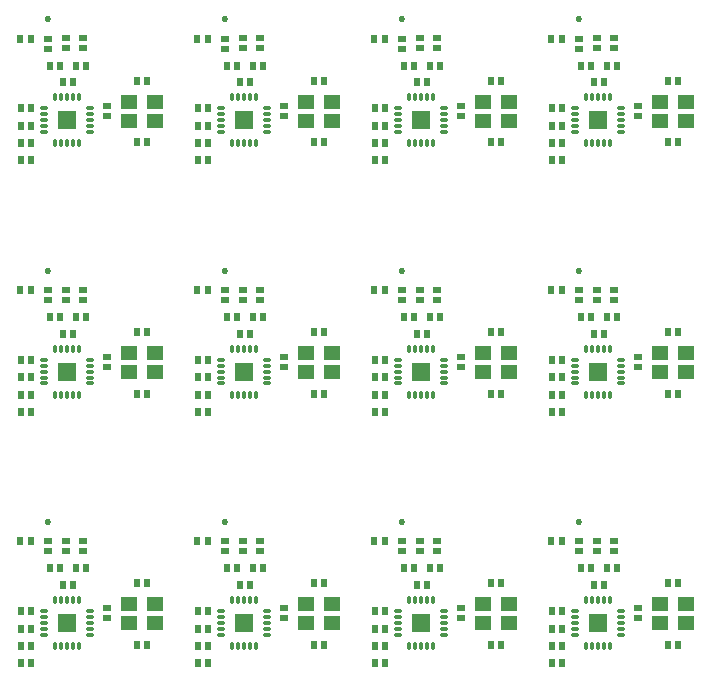
<source format=gtp>
G04*
G04 #@! TF.GenerationSoftware,Altium Limited,Altium Designer,18.1.7 (191)*
G04*
G04 Layer_Color=8421504*
%FSLAX25Y25*%
%MOIN*%
G70*
G01*
G75*
%ADD14C,0.02087*%
%ADD15R,0.02362X0.02559*%
%ADD16R,0.06000X0.06000*%
%ADD17O,0.03150X0.01102*%
%ADD18O,0.01102X0.03150*%
%ADD19R,0.02559X0.02362*%
%ADD20R,0.05512X0.04528*%
D14*
X180313Y238000D02*
D03*
X239313D02*
D03*
X298313D02*
D03*
X357313D02*
D03*
X180313Y321782D02*
D03*
X239313D02*
D03*
X298313D02*
D03*
X357313D02*
D03*
X180313Y405563D02*
D03*
X239313D02*
D03*
X298313D02*
D03*
X357313D02*
D03*
D15*
X180827Y222500D02*
D03*
X184173D02*
D03*
X171327Y208260D02*
D03*
X174673D02*
D03*
X171327Y202354D02*
D03*
X174673D02*
D03*
X185327Y217000D02*
D03*
X188673D02*
D03*
X174500Y231500D02*
D03*
X171153D02*
D03*
X174673Y196646D02*
D03*
X171327D02*
D03*
X174673Y191000D02*
D03*
X171327D02*
D03*
X192847Y222500D02*
D03*
X189500D02*
D03*
X213173Y217500D02*
D03*
X209827D02*
D03*
X209827Y197000D02*
D03*
X213173D02*
D03*
X239827Y222500D02*
D03*
X243173D02*
D03*
X230327Y208260D02*
D03*
X233673D02*
D03*
X230327Y202354D02*
D03*
X233673D02*
D03*
X244327Y217000D02*
D03*
X247673D02*
D03*
X233500Y231500D02*
D03*
X230153D02*
D03*
X233673Y196646D02*
D03*
X230327D02*
D03*
X233673Y191000D02*
D03*
X230327D02*
D03*
X251847Y222500D02*
D03*
X248500D02*
D03*
X272173Y217500D02*
D03*
X268827D02*
D03*
X268827Y197000D02*
D03*
X272173D02*
D03*
X298827Y222500D02*
D03*
X302173D02*
D03*
X289327Y208260D02*
D03*
X292673D02*
D03*
X289327Y202354D02*
D03*
X292673D02*
D03*
X303327Y217000D02*
D03*
X306673D02*
D03*
X292500Y231500D02*
D03*
X289154D02*
D03*
X292673Y196646D02*
D03*
X289327D02*
D03*
X292673Y191000D02*
D03*
X289327D02*
D03*
X310846Y222500D02*
D03*
X307500D02*
D03*
X331173Y217500D02*
D03*
X327827D02*
D03*
X327827Y197000D02*
D03*
X331173D02*
D03*
X357827Y222500D02*
D03*
X361173D02*
D03*
X348327Y208260D02*
D03*
X351673D02*
D03*
X348327Y202354D02*
D03*
X351673D02*
D03*
X362327Y217000D02*
D03*
X365673D02*
D03*
X351500Y231500D02*
D03*
X348153D02*
D03*
X351673Y196646D02*
D03*
X348327D02*
D03*
X351673Y191000D02*
D03*
X348327D02*
D03*
X369847Y222500D02*
D03*
X366500D02*
D03*
X390173Y217500D02*
D03*
X386827D02*
D03*
X386827Y197000D02*
D03*
X390173D02*
D03*
X180827Y306282D02*
D03*
X184173D02*
D03*
X171327Y292042D02*
D03*
X174673D02*
D03*
X171327Y286136D02*
D03*
X174673D02*
D03*
X185327Y300782D02*
D03*
X188673D02*
D03*
X174500Y315282D02*
D03*
X171153D02*
D03*
X174673Y280427D02*
D03*
X171327D02*
D03*
X174673Y274782D02*
D03*
X171327D02*
D03*
X192847Y306282D02*
D03*
X189500D02*
D03*
X213173Y301282D02*
D03*
X209827D02*
D03*
X209827Y280782D02*
D03*
X213173D02*
D03*
X239827Y306282D02*
D03*
X243173D02*
D03*
X230327Y292042D02*
D03*
X233673D02*
D03*
X230327Y286136D02*
D03*
X233673D02*
D03*
X244327Y300782D02*
D03*
X247673D02*
D03*
X233500Y315282D02*
D03*
X230153D02*
D03*
X233673Y280427D02*
D03*
X230327D02*
D03*
X233673Y274782D02*
D03*
X230327D02*
D03*
X251847Y306282D02*
D03*
X248500D02*
D03*
X272173Y301282D02*
D03*
X268827D02*
D03*
X268827Y280782D02*
D03*
X272173D02*
D03*
X298827Y306282D02*
D03*
X302173D02*
D03*
X289327Y292042D02*
D03*
X292673D02*
D03*
X289327Y286136D02*
D03*
X292673D02*
D03*
X303327Y300782D02*
D03*
X306673D02*
D03*
X292500Y315282D02*
D03*
X289154D02*
D03*
X292673Y280427D02*
D03*
X289327D02*
D03*
X292673Y274782D02*
D03*
X289327D02*
D03*
X310846Y306282D02*
D03*
X307500D02*
D03*
X331173Y301282D02*
D03*
X327827D02*
D03*
X327827Y280782D02*
D03*
X331173D02*
D03*
X357827Y306282D02*
D03*
X361173D02*
D03*
X348327Y292042D02*
D03*
X351673D02*
D03*
X348327Y286136D02*
D03*
X351673D02*
D03*
X362327Y300782D02*
D03*
X365673D02*
D03*
X351500Y315282D02*
D03*
X348153D02*
D03*
X351673Y280427D02*
D03*
X348327D02*
D03*
X351673Y274782D02*
D03*
X348327D02*
D03*
X369847Y306282D02*
D03*
X366500D02*
D03*
X390173Y301282D02*
D03*
X386827D02*
D03*
X386827Y280782D02*
D03*
X390173D02*
D03*
X180827Y390064D02*
D03*
X184173D02*
D03*
X171327Y375823D02*
D03*
X174673D02*
D03*
X171327Y369918D02*
D03*
X174673D02*
D03*
X185327Y384563D02*
D03*
X188673D02*
D03*
X174500Y399063D02*
D03*
X171153D02*
D03*
X174673Y364209D02*
D03*
X171327D02*
D03*
X174673Y358563D02*
D03*
X171327D02*
D03*
X192847Y390064D02*
D03*
X189500D02*
D03*
X213173Y385064D02*
D03*
X209827D02*
D03*
X209827Y364563D02*
D03*
X213173D02*
D03*
X239827Y390064D02*
D03*
X243173D02*
D03*
X230327Y375823D02*
D03*
X233673D02*
D03*
X230327Y369918D02*
D03*
X233673D02*
D03*
X244327Y384563D02*
D03*
X247673D02*
D03*
X233500Y399063D02*
D03*
X230153D02*
D03*
X233673Y364209D02*
D03*
X230327D02*
D03*
X233673Y358563D02*
D03*
X230327D02*
D03*
X251847Y390064D02*
D03*
X248500D02*
D03*
X272173Y385064D02*
D03*
X268827D02*
D03*
X268827Y364563D02*
D03*
X272173D02*
D03*
X298827Y390064D02*
D03*
X302173D02*
D03*
X289327Y375823D02*
D03*
X292673D02*
D03*
X289327Y369918D02*
D03*
X292673D02*
D03*
X303327Y384563D02*
D03*
X306673D02*
D03*
X292500Y399063D02*
D03*
X289154D02*
D03*
X292673Y364209D02*
D03*
X289327D02*
D03*
X292673Y358563D02*
D03*
X289327D02*
D03*
X310846Y390064D02*
D03*
X307500D02*
D03*
X331173Y385064D02*
D03*
X327827D02*
D03*
X327827Y364563D02*
D03*
X331173D02*
D03*
X357827Y390064D02*
D03*
X361173D02*
D03*
X348327Y375823D02*
D03*
X351673D02*
D03*
X348327Y369918D02*
D03*
X351673D02*
D03*
X362327Y384563D02*
D03*
X365673D02*
D03*
X351500Y399063D02*
D03*
X348153D02*
D03*
X351673Y364209D02*
D03*
X348327D02*
D03*
X351673Y358563D02*
D03*
X348327D02*
D03*
X369847Y390064D02*
D03*
X366500D02*
D03*
X390173Y385064D02*
D03*
X386827D02*
D03*
X386827Y364563D02*
D03*
X390173D02*
D03*
D16*
X186750Y204300D02*
D03*
X245750D02*
D03*
X304750D02*
D03*
X363750D02*
D03*
X186750Y288082D02*
D03*
X245750D02*
D03*
X304750D02*
D03*
X363750D02*
D03*
X186750Y371864D02*
D03*
X245750D02*
D03*
X304750D02*
D03*
X363750D02*
D03*
D17*
X179073Y200363D02*
D03*
Y202331D02*
D03*
Y204300D02*
D03*
Y206269D02*
D03*
Y208237D02*
D03*
X194427D02*
D03*
Y206269D02*
D03*
Y204300D02*
D03*
Y202331D02*
D03*
Y200363D02*
D03*
X238073D02*
D03*
Y202331D02*
D03*
Y204300D02*
D03*
Y206269D02*
D03*
Y208237D02*
D03*
X253427D02*
D03*
Y206269D02*
D03*
Y204300D02*
D03*
Y202331D02*
D03*
Y200363D02*
D03*
X297073D02*
D03*
Y202331D02*
D03*
Y204300D02*
D03*
Y206269D02*
D03*
Y208237D02*
D03*
X312427D02*
D03*
Y206269D02*
D03*
Y204300D02*
D03*
Y202331D02*
D03*
Y200363D02*
D03*
X356073D02*
D03*
Y202331D02*
D03*
Y204300D02*
D03*
Y206269D02*
D03*
Y208237D02*
D03*
X371427D02*
D03*
Y206269D02*
D03*
Y204300D02*
D03*
Y202331D02*
D03*
Y200363D02*
D03*
X179073Y284145D02*
D03*
Y286113D02*
D03*
Y288082D02*
D03*
Y290050D02*
D03*
Y292019D02*
D03*
X194427D02*
D03*
Y290050D02*
D03*
Y288082D02*
D03*
Y286113D02*
D03*
Y284145D02*
D03*
X238073D02*
D03*
Y286113D02*
D03*
Y288082D02*
D03*
Y290050D02*
D03*
Y292019D02*
D03*
X253427D02*
D03*
Y290050D02*
D03*
Y288082D02*
D03*
Y286113D02*
D03*
Y284145D02*
D03*
X297073D02*
D03*
Y286113D02*
D03*
Y288082D02*
D03*
Y290050D02*
D03*
Y292019D02*
D03*
X312427D02*
D03*
Y290050D02*
D03*
Y288082D02*
D03*
Y286113D02*
D03*
Y284145D02*
D03*
X356073D02*
D03*
Y286113D02*
D03*
Y288082D02*
D03*
Y290050D02*
D03*
Y292019D02*
D03*
X371427D02*
D03*
Y290050D02*
D03*
Y288082D02*
D03*
Y286113D02*
D03*
Y284145D02*
D03*
X179073Y367927D02*
D03*
Y369895D02*
D03*
Y371864D02*
D03*
Y373832D02*
D03*
Y375800D02*
D03*
X194427D02*
D03*
Y373832D02*
D03*
Y371864D02*
D03*
Y369895D02*
D03*
Y367927D02*
D03*
X238073D02*
D03*
Y369895D02*
D03*
Y371864D02*
D03*
Y373832D02*
D03*
Y375800D02*
D03*
X253427D02*
D03*
Y373832D02*
D03*
Y371864D02*
D03*
Y369895D02*
D03*
Y367927D02*
D03*
X297073D02*
D03*
Y369895D02*
D03*
Y371864D02*
D03*
Y373832D02*
D03*
Y375800D02*
D03*
X312427D02*
D03*
Y373832D02*
D03*
Y371864D02*
D03*
Y369895D02*
D03*
Y367927D02*
D03*
X356073D02*
D03*
Y369895D02*
D03*
Y371864D02*
D03*
Y373832D02*
D03*
Y375800D02*
D03*
X371427D02*
D03*
Y373832D02*
D03*
Y371864D02*
D03*
Y369895D02*
D03*
Y367927D02*
D03*
D18*
X182813Y211977D02*
D03*
X184782D02*
D03*
X186750D02*
D03*
X188718D02*
D03*
X190687D02*
D03*
Y196623D02*
D03*
X188718D02*
D03*
X186750D02*
D03*
X184782D02*
D03*
X182813D02*
D03*
X241813Y211977D02*
D03*
X243781D02*
D03*
X245750D02*
D03*
X247719D02*
D03*
X249687D02*
D03*
Y196623D02*
D03*
X247719D02*
D03*
X245750D02*
D03*
X243781D02*
D03*
X241813D02*
D03*
X300813Y211977D02*
D03*
X302782D02*
D03*
X304750D02*
D03*
X306718D02*
D03*
X308687D02*
D03*
Y196623D02*
D03*
X306718D02*
D03*
X304750D02*
D03*
X302782D02*
D03*
X300813D02*
D03*
X359813Y211977D02*
D03*
X361782D02*
D03*
X363750D02*
D03*
X365719D02*
D03*
X367687D02*
D03*
Y196623D02*
D03*
X365719D02*
D03*
X363750D02*
D03*
X361782D02*
D03*
X359813D02*
D03*
X182813Y295759D02*
D03*
X184782D02*
D03*
X186750D02*
D03*
X188718D02*
D03*
X190687D02*
D03*
Y280405D02*
D03*
X188718D02*
D03*
X186750D02*
D03*
X184782D02*
D03*
X182813D02*
D03*
X241813Y295759D02*
D03*
X243781D02*
D03*
X245750D02*
D03*
X247719D02*
D03*
X249687D02*
D03*
Y280405D02*
D03*
X247719D02*
D03*
X245750D02*
D03*
X243781D02*
D03*
X241813D02*
D03*
X300813Y295759D02*
D03*
X302782D02*
D03*
X304750D02*
D03*
X306718D02*
D03*
X308687D02*
D03*
Y280405D02*
D03*
X306718D02*
D03*
X304750D02*
D03*
X302782D02*
D03*
X300813D02*
D03*
X359813Y295759D02*
D03*
X361782D02*
D03*
X363750D02*
D03*
X365719D02*
D03*
X367687D02*
D03*
Y280405D02*
D03*
X365719D02*
D03*
X363750D02*
D03*
X361782D02*
D03*
X359813D02*
D03*
X182813Y379541D02*
D03*
X184782D02*
D03*
X186750D02*
D03*
X188718D02*
D03*
X190687D02*
D03*
Y364186D02*
D03*
X188718D02*
D03*
X186750D02*
D03*
X184782D02*
D03*
X182813D02*
D03*
X241813Y379541D02*
D03*
X243781D02*
D03*
X245750D02*
D03*
X247719D02*
D03*
X249687D02*
D03*
Y364186D02*
D03*
X247719D02*
D03*
X245750D02*
D03*
X243781D02*
D03*
X241813D02*
D03*
X300813Y379541D02*
D03*
X302782D02*
D03*
X304750D02*
D03*
X306718D02*
D03*
X308687D02*
D03*
Y364186D02*
D03*
X306718D02*
D03*
X304750D02*
D03*
X302782D02*
D03*
X300813D02*
D03*
X359813Y379541D02*
D03*
X361782D02*
D03*
X363750D02*
D03*
X365719D02*
D03*
X367687D02*
D03*
Y364186D02*
D03*
X365719D02*
D03*
X363750D02*
D03*
X361782D02*
D03*
X359813D02*
D03*
D19*
X180250Y231500D02*
D03*
Y228153D02*
D03*
X200000Y209173D02*
D03*
Y205827D02*
D03*
X186219Y228327D02*
D03*
Y231673D02*
D03*
X192000Y228327D02*
D03*
Y231673D02*
D03*
X239250Y231500D02*
D03*
Y228153D02*
D03*
X259000Y209173D02*
D03*
Y205827D02*
D03*
X245218Y228327D02*
D03*
Y231673D02*
D03*
X251000Y228327D02*
D03*
Y231673D02*
D03*
X298250Y231500D02*
D03*
Y228153D02*
D03*
X318000Y209173D02*
D03*
Y205827D02*
D03*
X304219Y228327D02*
D03*
Y231673D02*
D03*
X310000Y228327D02*
D03*
Y231673D02*
D03*
X357250Y231500D02*
D03*
Y228153D02*
D03*
X377000Y209173D02*
D03*
Y205827D02*
D03*
X363218Y228327D02*
D03*
Y231673D02*
D03*
X369000Y228327D02*
D03*
Y231673D02*
D03*
X180250Y315282D02*
D03*
Y311935D02*
D03*
X200000Y292955D02*
D03*
Y289609D02*
D03*
X186219Y312108D02*
D03*
Y315455D02*
D03*
X192000Y312108D02*
D03*
Y315455D02*
D03*
X239250Y315282D02*
D03*
Y311935D02*
D03*
X259000Y292955D02*
D03*
Y289609D02*
D03*
X245218Y312108D02*
D03*
Y315455D02*
D03*
X251000Y312108D02*
D03*
Y315455D02*
D03*
X298250Y315282D02*
D03*
Y311935D02*
D03*
X318000Y292955D02*
D03*
Y289609D02*
D03*
X304219Y312108D02*
D03*
Y315455D02*
D03*
X310000Y312108D02*
D03*
Y315455D02*
D03*
X357250Y315282D02*
D03*
Y311935D02*
D03*
X377000Y292955D02*
D03*
Y289609D02*
D03*
X363218Y312108D02*
D03*
Y315455D02*
D03*
X369000Y312108D02*
D03*
Y315455D02*
D03*
X180250Y399063D02*
D03*
Y395717D02*
D03*
X200000Y376737D02*
D03*
Y373390D02*
D03*
X186219Y395890D02*
D03*
Y399237D02*
D03*
X192000Y395890D02*
D03*
Y399237D02*
D03*
X239250Y399063D02*
D03*
Y395717D02*
D03*
X259000Y376737D02*
D03*
Y373390D02*
D03*
X245218Y395890D02*
D03*
Y399237D02*
D03*
X251000Y395890D02*
D03*
Y399237D02*
D03*
X298250Y399063D02*
D03*
Y395717D02*
D03*
X318000Y376737D02*
D03*
Y373390D02*
D03*
X304219Y395890D02*
D03*
Y399237D02*
D03*
X310000Y395890D02*
D03*
Y399237D02*
D03*
X357250Y399063D02*
D03*
Y395717D02*
D03*
X377000Y376737D02*
D03*
Y373390D02*
D03*
X363218Y395890D02*
D03*
Y399237D02*
D03*
X369000Y395890D02*
D03*
Y399237D02*
D03*
D20*
X215988Y204201D02*
D03*
X207327Y210500D02*
D03*
Y204201D02*
D03*
X215988Y210500D02*
D03*
X274988Y204201D02*
D03*
X266327Y210500D02*
D03*
Y204201D02*
D03*
X274988Y210500D02*
D03*
X333988Y204201D02*
D03*
X325327Y210500D02*
D03*
Y204201D02*
D03*
X333988Y210500D02*
D03*
X392988Y204201D02*
D03*
X384327Y210500D02*
D03*
Y204201D02*
D03*
X392988Y210500D02*
D03*
X215988Y287983D02*
D03*
X207327Y294282D02*
D03*
Y287983D02*
D03*
X215988Y294282D02*
D03*
X274988Y287983D02*
D03*
X266327Y294282D02*
D03*
Y287983D02*
D03*
X274988Y294282D02*
D03*
X333988Y287983D02*
D03*
X325327Y294282D02*
D03*
Y287983D02*
D03*
X333988Y294282D02*
D03*
X392988Y287983D02*
D03*
X384327Y294282D02*
D03*
Y287983D02*
D03*
X392988Y294282D02*
D03*
X215988Y371764D02*
D03*
X207327Y378064D02*
D03*
Y371764D02*
D03*
X215988Y378064D02*
D03*
X274988Y371764D02*
D03*
X266327Y378064D02*
D03*
Y371764D02*
D03*
X274988Y378064D02*
D03*
X333988Y371764D02*
D03*
X325327Y378064D02*
D03*
Y371764D02*
D03*
X333988Y378064D02*
D03*
X392988Y371764D02*
D03*
X384327Y378064D02*
D03*
Y371764D02*
D03*
X392988Y378064D02*
D03*
M02*

</source>
